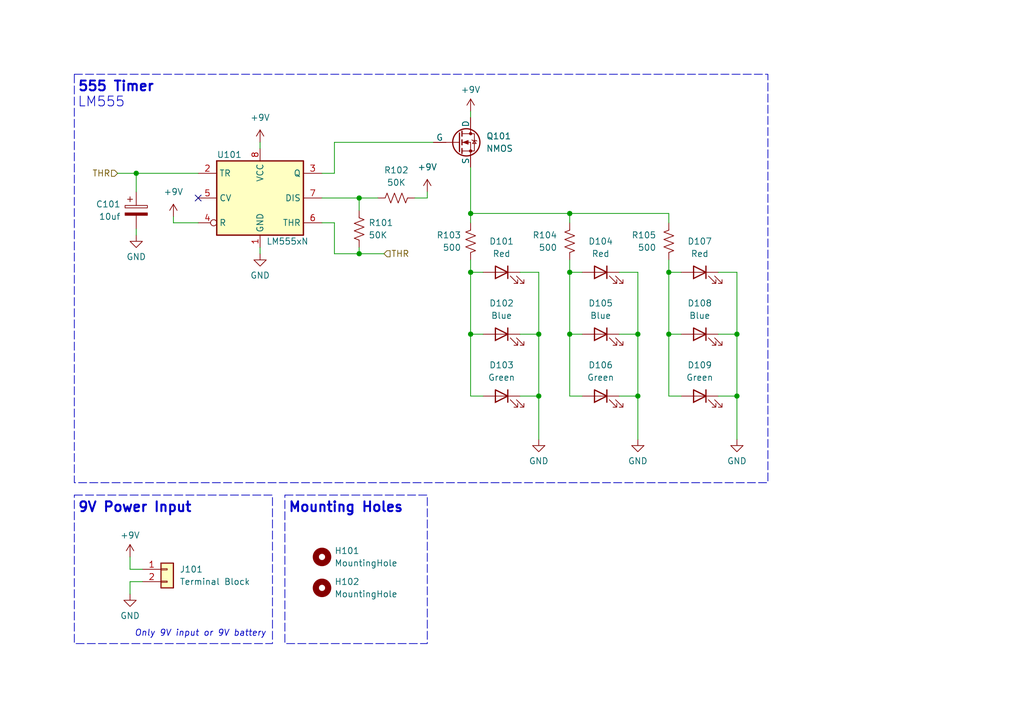
<source format=kicad_sch>
(kicad_sch (version 20230121) (generator eeschema)

  (uuid c4484f03-557e-4657-a7c0-429db6604447)

  (paper "A5")

  (title_block
    (title "555 Timer Demo Circuit")
    (date "2023-12-21")
    (rev "A")
    (company "Illinois Space Society")
    (comment 4 "Contributors: Jason Yan, Thomas McManamen")
  )

  (lib_symbols
    (symbol "Connector_Generic:Conn_01x02" (pin_names (offset 1.016) hide) (in_bom yes) (on_board yes)
      (property "Reference" "J" (at 0 2.54 0)
        (effects (font (size 1.27 1.27)))
      )
      (property "Value" "Conn_01x02" (at 0 -5.08 0)
        (effects (font (size 1.27 1.27)))
      )
      (property "Footprint" "" (at 0 0 0)
        (effects (font (size 1.27 1.27)) hide)
      )
      (property "Datasheet" "~" (at 0 0 0)
        (effects (font (size 1.27 1.27)) hide)
      )
      (property "ki_keywords" "connector" (at 0 0 0)
        (effects (font (size 1.27 1.27)) hide)
      )
      (property "ki_description" "Generic connector, single row, 01x02, script generated (kicad-library-utils/schlib/autogen/connector/)" (at 0 0 0)
        (effects (font (size 1.27 1.27)) hide)
      )
      (property "ki_fp_filters" "Connector*:*_1x??_*" (at 0 0 0)
        (effects (font (size 1.27 1.27)) hide)
      )
      (symbol "Conn_01x02_1_1"
        (rectangle (start -1.27 -2.413) (end 0 -2.667)
          (stroke (width 0.1524) (type default))
          (fill (type none))
        )
        (rectangle (start -1.27 0.127) (end 0 -0.127)
          (stroke (width 0.1524) (type default))
          (fill (type none))
        )
        (rectangle (start -1.27 1.27) (end 1.27 -3.81)
          (stroke (width 0.254) (type default))
          (fill (type background))
        )
        (pin passive line (at -5.08 0 0) (length 3.81)
          (name "Pin_1" (effects (font (size 1.27 1.27))))
          (number "1" (effects (font (size 1.27 1.27))))
        )
        (pin passive line (at -5.08 -2.54 0) (length 3.81)
          (name "Pin_2" (effects (font (size 1.27 1.27))))
          (number "2" (effects (font (size 1.27 1.27))))
        )
      )
    )
    (symbol "Device:C_Polarized" (pin_numbers hide) (pin_names (offset 0.254)) (in_bom yes) (on_board yes)
      (property "Reference" "C" (at 0.635 2.54 0)
        (effects (font (size 1.27 1.27)) (justify left))
      )
      (property "Value" "C_Polarized" (at 0.635 -2.54 0)
        (effects (font (size 1.27 1.27)) (justify left))
      )
      (property "Footprint" "" (at 0.9652 -3.81 0)
        (effects (font (size 1.27 1.27)) hide)
      )
      (property "Datasheet" "~" (at 0 0 0)
        (effects (font (size 1.27 1.27)) hide)
      )
      (property "ki_keywords" "cap capacitor" (at 0 0 0)
        (effects (font (size 1.27 1.27)) hide)
      )
      (property "ki_description" "Polarized capacitor" (at 0 0 0)
        (effects (font (size 1.27 1.27)) hide)
      )
      (property "ki_fp_filters" "CP_*" (at 0 0 0)
        (effects (font (size 1.27 1.27)) hide)
      )
      (symbol "C_Polarized_0_1"
        (rectangle (start -2.286 0.508) (end 2.286 1.016)
          (stroke (width 0) (type default))
          (fill (type none))
        )
        (polyline
          (pts
            (xy -1.778 2.286)
            (xy -0.762 2.286)
          )
          (stroke (width 0) (type default))
          (fill (type none))
        )
        (polyline
          (pts
            (xy -1.27 2.794)
            (xy -1.27 1.778)
          )
          (stroke (width 0) (type default))
          (fill (type none))
        )
        (rectangle (start 2.286 -0.508) (end -2.286 -1.016)
          (stroke (width 0) (type default))
          (fill (type outline))
        )
      )
      (symbol "C_Polarized_1_1"
        (pin passive line (at 0 3.81 270) (length 2.794)
          (name "~" (effects (font (size 1.27 1.27))))
          (number "1" (effects (font (size 1.27 1.27))))
        )
        (pin passive line (at 0 -3.81 90) (length 2.794)
          (name "~" (effects (font (size 1.27 1.27))))
          (number "2" (effects (font (size 1.27 1.27))))
        )
      )
    )
    (symbol "Device:LED" (pin_numbers hide) (pin_names (offset 1.016) hide) (in_bom yes) (on_board yes)
      (property "Reference" "D" (at 0 2.54 0)
        (effects (font (size 1.27 1.27)))
      )
      (property "Value" "LED" (at 0 -2.54 0)
        (effects (font (size 1.27 1.27)))
      )
      (property "Footprint" "" (at 0 0 0)
        (effects (font (size 1.27 1.27)) hide)
      )
      (property "Datasheet" "~" (at 0 0 0)
        (effects (font (size 1.27 1.27)) hide)
      )
      (property "ki_keywords" "LED diode" (at 0 0 0)
        (effects (font (size 1.27 1.27)) hide)
      )
      (property "ki_description" "Light emitting diode" (at 0 0 0)
        (effects (font (size 1.27 1.27)) hide)
      )
      (property "ki_fp_filters" "LED* LED_SMD:* LED_THT:*" (at 0 0 0)
        (effects (font (size 1.27 1.27)) hide)
      )
      (symbol "LED_0_1"
        (polyline
          (pts
            (xy -1.27 -1.27)
            (xy -1.27 1.27)
          )
          (stroke (width 0.254) (type default))
          (fill (type none))
        )
        (polyline
          (pts
            (xy -1.27 0)
            (xy 1.27 0)
          )
          (stroke (width 0) (type default))
          (fill (type none))
        )
        (polyline
          (pts
            (xy 1.27 -1.27)
            (xy 1.27 1.27)
            (xy -1.27 0)
            (xy 1.27 -1.27)
          )
          (stroke (width 0.254) (type default))
          (fill (type none))
        )
        (polyline
          (pts
            (xy -3.048 -0.762)
            (xy -4.572 -2.286)
            (xy -3.81 -2.286)
            (xy -4.572 -2.286)
            (xy -4.572 -1.524)
          )
          (stroke (width 0) (type default))
          (fill (type none))
        )
        (polyline
          (pts
            (xy -1.778 -0.762)
            (xy -3.302 -2.286)
            (xy -2.54 -2.286)
            (xy -3.302 -2.286)
            (xy -3.302 -1.524)
          )
          (stroke (width 0) (type default))
          (fill (type none))
        )
      )
      (symbol "LED_1_1"
        (pin passive line (at -3.81 0 0) (length 2.54)
          (name "K" (effects (font (size 1.27 1.27))))
          (number "1" (effects (font (size 1.27 1.27))))
        )
        (pin passive line (at 3.81 0 180) (length 2.54)
          (name "A" (effects (font (size 1.27 1.27))))
          (number "2" (effects (font (size 1.27 1.27))))
        )
      )
    )
    (symbol "Device:R_US" (pin_numbers hide) (pin_names (offset 0)) (in_bom yes) (on_board yes)
      (property "Reference" "R" (at 2.54 0 90)
        (effects (font (size 1.27 1.27)))
      )
      (property "Value" "R_US" (at -2.54 0 90)
        (effects (font (size 1.27 1.27)))
      )
      (property "Footprint" "" (at 1.016 -0.254 90)
        (effects (font (size 1.27 1.27)) hide)
      )
      (property "Datasheet" "~" (at 0 0 0)
        (effects (font (size 1.27 1.27)) hide)
      )
      (property "ki_keywords" "R res resistor" (at 0 0 0)
        (effects (font (size 1.27 1.27)) hide)
      )
      (property "ki_description" "Resistor, US symbol" (at 0 0 0)
        (effects (font (size 1.27 1.27)) hide)
      )
      (property "ki_fp_filters" "R_*" (at 0 0 0)
        (effects (font (size 1.27 1.27)) hide)
      )
      (symbol "R_US_0_1"
        (polyline
          (pts
            (xy 0 -2.286)
            (xy 0 -2.54)
          )
          (stroke (width 0) (type default))
          (fill (type none))
        )
        (polyline
          (pts
            (xy 0 2.286)
            (xy 0 2.54)
          )
          (stroke (width 0) (type default))
          (fill (type none))
        )
        (polyline
          (pts
            (xy 0 -0.762)
            (xy 1.016 -1.143)
            (xy 0 -1.524)
            (xy -1.016 -1.905)
            (xy 0 -2.286)
          )
          (stroke (width 0) (type default))
          (fill (type none))
        )
        (polyline
          (pts
            (xy 0 0.762)
            (xy 1.016 0.381)
            (xy 0 0)
            (xy -1.016 -0.381)
            (xy 0 -0.762)
          )
          (stroke (width 0) (type default))
          (fill (type none))
        )
        (polyline
          (pts
            (xy 0 2.286)
            (xy 1.016 1.905)
            (xy 0 1.524)
            (xy -1.016 1.143)
            (xy 0 0.762)
          )
          (stroke (width 0) (type default))
          (fill (type none))
        )
      )
      (symbol "R_US_1_1"
        (pin passive line (at 0 3.81 270) (length 1.27)
          (name "~" (effects (font (size 1.27 1.27))))
          (number "1" (effects (font (size 1.27 1.27))))
        )
        (pin passive line (at 0 -3.81 90) (length 1.27)
          (name "~" (effects (font (size 1.27 1.27))))
          (number "2" (effects (font (size 1.27 1.27))))
        )
      )
    )
    (symbol "Mechanical:MountingHole" (pin_names (offset 1.016)) (in_bom yes) (on_board yes)
      (property "Reference" "H" (at 0 5.08 0)
        (effects (font (size 1.27 1.27)))
      )
      (property "Value" "MountingHole" (at 0 3.175 0)
        (effects (font (size 1.27 1.27)))
      )
      (property "Footprint" "" (at 0 0 0)
        (effects (font (size 1.27 1.27)) hide)
      )
      (property "Datasheet" "~" (at 0 0 0)
        (effects (font (size 1.27 1.27)) hide)
      )
      (property "ki_keywords" "mounting hole" (at 0 0 0)
        (effects (font (size 1.27 1.27)) hide)
      )
      (property "ki_description" "Mounting Hole without connection" (at 0 0 0)
        (effects (font (size 1.27 1.27)) hide)
      )
      (property "ki_fp_filters" "MountingHole*" (at 0 0 0)
        (effects (font (size 1.27 1.27)) hide)
      )
      (symbol "MountingHole_0_1"
        (circle (center 0 0) (radius 1.27)
          (stroke (width 1.27) (type default))
          (fill (type none))
        )
      )
    )
    (symbol "Simulation_SPICE:NMOS" (pin_numbers hide) (pin_names (offset 0)) (in_bom yes) (on_board yes)
      (property "Reference" "Q" (at 5.08 1.27 0)
        (effects (font (size 1.27 1.27)) (justify left))
      )
      (property "Value" "NMOS" (at 5.08 -1.27 0)
        (effects (font (size 1.27 1.27)) (justify left))
      )
      (property "Footprint" "" (at 5.08 2.54 0)
        (effects (font (size 1.27 1.27)) hide)
      )
      (property "Datasheet" "https://ngspice.sourceforge.io/docs/ngspice-manual.pdf" (at 0 -12.7 0)
        (effects (font (size 1.27 1.27)) hide)
      )
      (property "Sim.Device" "NMOS" (at 0 -17.145 0)
        (effects (font (size 1.27 1.27)) hide)
      )
      (property "Sim.Type" "VDMOS" (at 0 -19.05 0)
        (effects (font (size 1.27 1.27)) hide)
      )
      (property "Sim.Pins" "1=D 2=G 3=S" (at 0 -15.24 0)
        (effects (font (size 1.27 1.27)) hide)
      )
      (property "ki_keywords" "transistor NMOS N-MOS N-MOSFET simulation" (at 0 0 0)
        (effects (font (size 1.27 1.27)) hide)
      )
      (property "ki_description" "N-MOSFET transistor, drain/source/gate" (at 0 0 0)
        (effects (font (size 1.27 1.27)) hide)
      )
      (symbol "NMOS_0_1"
        (polyline
          (pts
            (xy 0.254 0)
            (xy -2.54 0)
          )
          (stroke (width 0) (type default))
          (fill (type none))
        )
        (polyline
          (pts
            (xy 0.254 1.905)
            (xy 0.254 -1.905)
          )
          (stroke (width 0.254) (type default))
          (fill (type none))
        )
        (polyline
          (pts
            (xy 0.762 -1.27)
            (xy 0.762 -2.286)
          )
          (stroke (width 0.254) (type default))
          (fill (type none))
        )
        (polyline
          (pts
            (xy 0.762 0.508)
            (xy 0.762 -0.508)
          )
          (stroke (width 0.254) (type default))
          (fill (type none))
        )
        (polyline
          (pts
            (xy 0.762 2.286)
            (xy 0.762 1.27)
          )
          (stroke (width 0.254) (type default))
          (fill (type none))
        )
        (polyline
          (pts
            (xy 2.54 2.54)
            (xy 2.54 1.778)
          )
          (stroke (width 0) (type default))
          (fill (type none))
        )
        (polyline
          (pts
            (xy 2.54 -2.54)
            (xy 2.54 0)
            (xy 0.762 0)
          )
          (stroke (width 0) (type default))
          (fill (type none))
        )
        (polyline
          (pts
            (xy 0.762 -1.778)
            (xy 3.302 -1.778)
            (xy 3.302 1.778)
            (xy 0.762 1.778)
          )
          (stroke (width 0) (type default))
          (fill (type none))
        )
        (polyline
          (pts
            (xy 1.016 0)
            (xy 2.032 0.381)
            (xy 2.032 -0.381)
            (xy 1.016 0)
          )
          (stroke (width 0) (type default))
          (fill (type outline))
        )
        (polyline
          (pts
            (xy 2.794 0.508)
            (xy 2.921 0.381)
            (xy 3.683 0.381)
            (xy 3.81 0.254)
          )
          (stroke (width 0) (type default))
          (fill (type none))
        )
        (polyline
          (pts
            (xy 3.302 0.381)
            (xy 2.921 -0.254)
            (xy 3.683 -0.254)
            (xy 3.302 0.381)
          )
          (stroke (width 0) (type default))
          (fill (type none))
        )
        (circle (center 1.651 0) (radius 2.794)
          (stroke (width 0.254) (type default))
          (fill (type none))
        )
        (circle (center 2.54 -1.778) (radius 0.254)
          (stroke (width 0) (type default))
          (fill (type outline))
        )
        (circle (center 2.54 1.778) (radius 0.254)
          (stroke (width 0) (type default))
          (fill (type outline))
        )
      )
      (symbol "NMOS_1_1"
        (pin passive line (at 2.54 5.08 270) (length 2.54)
          (name "D" (effects (font (size 1.27 1.27))))
          (number "1" (effects (font (size 1.27 1.27))))
        )
        (pin input line (at -5.08 0 0) (length 2.54)
          (name "G" (effects (font (size 1.27 1.27))))
          (number "2" (effects (font (size 1.27 1.27))))
        )
        (pin passive line (at 2.54 -5.08 90) (length 2.54)
          (name "S" (effects (font (size 1.27 1.27))))
          (number "3" (effects (font (size 1.27 1.27))))
        )
      )
    )
    (symbol "Timer:LM555xN" (in_bom yes) (on_board yes)
      (property "Reference" "U" (at -10.16 8.89 0)
        (effects (font (size 1.27 1.27)) (justify left))
      )
      (property "Value" "LM555xN" (at 2.54 8.89 0)
        (effects (font (size 1.27 1.27)) (justify left))
      )
      (property "Footprint" "Package_DIP:DIP-8_W7.62mm" (at 16.51 -10.16 0)
        (effects (font (size 1.27 1.27)) hide)
      )
      (property "Datasheet" "http://www.ti.com/lit/ds/symlink/lm555.pdf" (at 21.59 -10.16 0)
        (effects (font (size 1.27 1.27)) hide)
      )
      (property "ki_keywords" "single timer 555" (at 0 0 0)
        (effects (font (size 1.27 1.27)) hide)
      )
      (property "ki_description" "Timer, 555 compatible, PDIP-8" (at 0 0 0)
        (effects (font (size 1.27 1.27)) hide)
      )
      (property "ki_fp_filters" "DIP*W7.62mm*" (at 0 0 0)
        (effects (font (size 1.27 1.27)) hide)
      )
      (symbol "LM555xN_0_0"
        (pin power_in line (at 0 -10.16 90) (length 2.54)
          (name "GND" (effects (font (size 1.27 1.27))))
          (number "1" (effects (font (size 1.27 1.27))))
        )
        (pin power_in line (at 0 10.16 270) (length 2.54)
          (name "VCC" (effects (font (size 1.27 1.27))))
          (number "8" (effects (font (size 1.27 1.27))))
        )
      )
      (symbol "LM555xN_0_1"
        (rectangle (start -8.89 -7.62) (end 8.89 7.62)
          (stroke (width 0.254) (type default))
          (fill (type background))
        )
        (rectangle (start -8.89 -7.62) (end 8.89 7.62)
          (stroke (width 0.254) (type default))
          (fill (type background))
        )
      )
      (symbol "LM555xN_1_1"
        (pin input line (at -12.7 5.08 0) (length 3.81)
          (name "TR" (effects (font (size 1.27 1.27))))
          (number "2" (effects (font (size 1.27 1.27))))
        )
        (pin output line (at 12.7 5.08 180) (length 3.81)
          (name "Q" (effects (font (size 1.27 1.27))))
          (number "3" (effects (font (size 1.27 1.27))))
        )
        (pin input inverted (at -12.7 -5.08 0) (length 3.81)
          (name "R" (effects (font (size 1.27 1.27))))
          (number "4" (effects (font (size 1.27 1.27))))
        )
        (pin input line (at -12.7 0 0) (length 3.81)
          (name "CV" (effects (font (size 1.27 1.27))))
          (number "5" (effects (font (size 1.27 1.27))))
        )
        (pin input line (at 12.7 -5.08 180) (length 3.81)
          (name "THR" (effects (font (size 1.27 1.27))))
          (number "6" (effects (font (size 1.27 1.27))))
        )
        (pin input line (at 12.7 0 180) (length 3.81)
          (name "DIS" (effects (font (size 1.27 1.27))))
          (number "7" (effects (font (size 1.27 1.27))))
        )
      )
    )
    (symbol "power:+9V" (power) (pin_names (offset 0)) (in_bom yes) (on_board yes)
      (property "Reference" "#PWR" (at 0 -3.81 0)
        (effects (font (size 1.27 1.27)) hide)
      )
      (property "Value" "+9V" (at 0 3.556 0)
        (effects (font (size 1.27 1.27)))
      )
      (property "Footprint" "" (at 0 0 0)
        (effects (font (size 1.27 1.27)) hide)
      )
      (property "Datasheet" "" (at 0 0 0)
        (effects (font (size 1.27 1.27)) hide)
      )
      (property "ki_keywords" "global power" (at 0 0 0)
        (effects (font (size 1.27 1.27)) hide)
      )
      (property "ki_description" "Power symbol creates a global label with name \"+9V\"" (at 0 0 0)
        (effects (font (size 1.27 1.27)) hide)
      )
      (symbol "+9V_0_1"
        (polyline
          (pts
            (xy -0.762 1.27)
            (xy 0 2.54)
          )
          (stroke (width 0) (type default))
          (fill (type none))
        )
        (polyline
          (pts
            (xy 0 0)
            (xy 0 2.54)
          )
          (stroke (width 0) (type default))
          (fill (type none))
        )
        (polyline
          (pts
            (xy 0 2.54)
            (xy 0.762 1.27)
          )
          (stroke (width 0) (type default))
          (fill (type none))
        )
      )
      (symbol "+9V_1_1"
        (pin power_in line (at 0 0 90) (length 0) hide
          (name "+9V" (effects (font (size 1.27 1.27))))
          (number "1" (effects (font (size 1.27 1.27))))
        )
      )
    )
    (symbol "power:GND" (power) (pin_names (offset 0)) (in_bom yes) (on_board yes)
      (property "Reference" "#PWR" (at 0 -6.35 0)
        (effects (font (size 1.27 1.27)) hide)
      )
      (property "Value" "GND" (at 0 -3.81 0)
        (effects (font (size 1.27 1.27)))
      )
      (property "Footprint" "" (at 0 0 0)
        (effects (font (size 1.27 1.27)) hide)
      )
      (property "Datasheet" "" (at 0 0 0)
        (effects (font (size 1.27 1.27)) hide)
      )
      (property "ki_keywords" "global power" (at 0 0 0)
        (effects (font (size 1.27 1.27)) hide)
      )
      (property "ki_description" "Power symbol creates a global label with name \"GND\" , ground" (at 0 0 0)
        (effects (font (size 1.27 1.27)) hide)
      )
      (symbol "GND_0_1"
        (polyline
          (pts
            (xy 0 0)
            (xy 0 -1.27)
            (xy 1.27 -1.27)
            (xy 0 -2.54)
            (xy -1.27 -1.27)
            (xy 0 -1.27)
          )
          (stroke (width 0) (type default))
          (fill (type none))
        )
      )
      (symbol "GND_1_1"
        (pin power_in line (at 0 0 270) (length 0) hide
          (name "GND" (effects (font (size 1.27 1.27))))
          (number "1" (effects (font (size 1.27 1.27))))
        )
      )
    )
  )

  (junction (at 137.16 68.58) (diameter 0) (color 0 0 0 0)
    (uuid 0935990f-bac7-481f-b9de-67cb7d3024d2)
  )
  (junction (at 27.94 35.56) (diameter 0) (color 0 0 0 0)
    (uuid 0f7264fb-15a2-4d6d-a38a-b89f25cf23c5)
  )
  (junction (at 73.66 40.64) (diameter 0) (color 0 0 0 0)
    (uuid 1836232f-d63b-4b9d-be74-1cba02ada9c4)
  )
  (junction (at 151.13 68.58) (diameter 0) (color 0 0 0 0)
    (uuid 2998591e-3ad6-4809-853c-95760959c7fa)
  )
  (junction (at 96.52 43.815) (diameter 0) (color 0 0 0 0)
    (uuid 31ab15a4-7936-41a0-a0e0-0932252dba20)
  )
  (junction (at 96.52 55.88) (diameter 0) (color 0 0 0 0)
    (uuid 4894a22a-1a07-419c-8336-221887461be6)
  )
  (junction (at 116.84 68.58) (diameter 0) (color 0 0 0 0)
    (uuid 70980801-a3ba-4c5e-bf33-5b3204087137)
  )
  (junction (at 73.66 52.07) (diameter 0) (color 0 0 0 0)
    (uuid 7f25b954-f2f0-4d52-afa2-67339a75a090)
  )
  (junction (at 110.49 68.58) (diameter 0) (color 0 0 0 0)
    (uuid 855de1b9-1599-43c9-8abc-a539d6bbb5d3)
  )
  (junction (at 116.84 43.815) (diameter 0) (color 0 0 0 0)
    (uuid a0c827d2-2aa5-421d-ab73-e2bdc873be30)
  )
  (junction (at 137.16 55.88) (diameter 0) (color 0 0 0 0)
    (uuid a3ade2e2-e74e-44c6-bfd8-159b6f1315ff)
  )
  (junction (at 110.49 81.28) (diameter 0) (color 0 0 0 0)
    (uuid b097b3da-fcce-4423-b63f-6ac4eb613ad3)
  )
  (junction (at 130.81 81.28) (diameter 0) (color 0 0 0 0)
    (uuid e50cc52a-9f2d-4440-b82e-3f68c5461990)
  )
  (junction (at 116.84 55.88) (diameter 0) (color 0 0 0 0)
    (uuid e8f4e064-ca52-48e3-8298-576854d56956)
  )
  (junction (at 151.13 81.28) (diameter 0) (color 0 0 0 0)
    (uuid f2a941da-17c3-468e-9dff-2ea2da3ff291)
  )
  (junction (at 96.52 68.58) (diameter 0) (color 0 0 0 0)
    (uuid f2f85bb3-12b5-4d63-af7c-dce2fd8e4d0d)
  )
  (junction (at 130.81 68.58) (diameter 0) (color 0 0 0 0)
    (uuid f6bb9c6b-e803-4c62-9e59-4b44d3e785ba)
  )

  (no_connect (at 40.64 40.64) (uuid 7121ce4c-d4d8-4fb5-9ba4-20645bb6f8b1))

  (wire (pts (xy 96.52 68.58) (xy 99.06 68.58))
    (stroke (width 0) (type default))
    (uuid 0152471d-4efd-48ab-998b-dc4b3594302d)
  )
  (wire (pts (xy 73.66 40.64) (xy 77.47 40.64))
    (stroke (width 0) (type default))
    (uuid 04731993-0d59-4496-92c4-2c0aaa391640)
  )
  (wire (pts (xy 139.7 81.28) (xy 137.16 81.28))
    (stroke (width 0) (type default))
    (uuid 1086143b-7e12-4eb3-a8df-2412da8381fa)
  )
  (wire (pts (xy 151.13 68.58) (xy 151.13 81.28))
    (stroke (width 0) (type default))
    (uuid 108c1f14-6148-4055-ae80-bae738e7aea3)
  )
  (wire (pts (xy 110.49 68.58) (xy 110.49 81.28))
    (stroke (width 0) (type default))
    (uuid 11fe5abf-d211-4d69-a414-a6fbec41904c)
  )
  (wire (pts (xy 130.81 68.58) (xy 130.81 81.28))
    (stroke (width 0) (type default))
    (uuid 1fe60fa1-3a1b-4c41-8262-3f5e0a3f753d)
  )
  (wire (pts (xy 96.52 53.34) (xy 96.52 55.88))
    (stroke (width 0) (type default))
    (uuid 293e68a8-e4c8-4d57-a809-0448c1ed1743)
  )
  (wire (pts (xy 35.56 44.45) (xy 35.56 45.72))
    (stroke (width 0) (type default))
    (uuid 35432ca4-9493-4efc-a1e8-0c5c104d6a1e)
  )
  (wire (pts (xy 119.38 55.88) (xy 116.84 55.88))
    (stroke (width 0) (type default))
    (uuid 3a258b5e-8f6c-4274-a30b-26dc7858c105)
  )
  (wire (pts (xy 116.84 55.88) (xy 116.84 68.58))
    (stroke (width 0) (type default))
    (uuid 3a764c85-93c9-4848-aaf3-57ab9289597c)
  )
  (wire (pts (xy 151.13 81.28) (xy 147.32 81.28))
    (stroke (width 0) (type default))
    (uuid 3d4c5f2c-53ac-4e0d-99d9-515ddad0232d)
  )
  (wire (pts (xy 96.52 43.815) (xy 96.52 45.72))
    (stroke (width 0) (type default))
    (uuid 3d94f8c0-b72a-40fc-9789-c816a9bfb20f)
  )
  (wire (pts (xy 68.58 52.07) (xy 68.58 45.72))
    (stroke (width 0) (type default))
    (uuid 444e99aa-9209-4099-aec8-67c963415891)
  )
  (wire (pts (xy 110.49 81.28) (xy 106.68 81.28))
    (stroke (width 0) (type default))
    (uuid 44e0060d-4479-48b6-9337-b60e84330ae9)
  )
  (wire (pts (xy 27.94 46.99) (xy 27.94 48.26))
    (stroke (width 0) (type default))
    (uuid 4654a6ac-bdae-4fa4-acaa-034ab13166ee)
  )
  (wire (pts (xy 96.52 81.28) (xy 99.06 81.28))
    (stroke (width 0) (type default))
    (uuid 46a4f38c-5569-4428-8519-3dbbf985f9ec)
  )
  (wire (pts (xy 68.58 29.21) (xy 68.58 35.56))
    (stroke (width 0) (type default))
    (uuid 48c152ad-51e1-424c-8066-a3b74ef9f6c6)
  )
  (wire (pts (xy 106.68 55.88) (xy 110.49 55.88))
    (stroke (width 0) (type default))
    (uuid 4e808d7c-32f5-4738-8db6-d130bca98127)
  )
  (wire (pts (xy 130.81 81.28) (xy 127 81.28))
    (stroke (width 0) (type default))
    (uuid 56e1bd7c-ddc4-4309-b9d6-2fe0c3fab1eb)
  )
  (wire (pts (xy 116.84 81.28) (xy 119.38 81.28))
    (stroke (width 0) (type default))
    (uuid 59bfdef9-4bba-4779-863f-2ecc2a8feb9c)
  )
  (wire (pts (xy 96.52 22.86) (xy 96.52 24.13))
    (stroke (width 0) (type default))
    (uuid 60342cb2-9e15-40db-8743-17fab6f19ff8)
  )
  (wire (pts (xy 96.52 43.815) (xy 116.84 43.815))
    (stroke (width 0) (type default))
    (uuid 61472bab-28b5-4d15-b567-0e98d0d0bece)
  )
  (wire (pts (xy 85.09 40.64) (xy 87.63 40.64))
    (stroke (width 0) (type default))
    (uuid 66705233-79e3-4441-bf13-2beb0e76d136)
  )
  (wire (pts (xy 73.66 40.64) (xy 73.66 43.18))
    (stroke (width 0) (type default))
    (uuid 6a4eedb4-d26c-4e90-9aed-4f87e0c3fbc7)
  )
  (wire (pts (xy 68.58 45.72) (xy 66.04 45.72))
    (stroke (width 0) (type default))
    (uuid 709edffd-4866-4468-94cb-d289d61856a5)
  )
  (wire (pts (xy 26.67 121.92) (xy 26.67 119.38))
    (stroke (width 0) (type default))
    (uuid 72277841-8787-4827-8a7f-cfd2c0fed6f5)
  )
  (wire (pts (xy 137.16 55.88) (xy 137.16 68.58))
    (stroke (width 0) (type default))
    (uuid 7376c81c-6491-4460-a8ba-e769b93e3809)
  )
  (wire (pts (xy 78.74 52.07) (xy 73.66 52.07))
    (stroke (width 0) (type default))
    (uuid 7573e3c5-8098-4840-8dba-d3c55e43c883)
  )
  (wire (pts (xy 137.16 68.58) (xy 137.16 81.28))
    (stroke (width 0) (type default))
    (uuid 7dad0c4f-1541-4542-a80a-9ce8c517609c)
  )
  (wire (pts (xy 66.04 40.64) (xy 73.66 40.64))
    (stroke (width 0) (type default))
    (uuid 7fa550cd-c65d-4b80-9533-ed43d418628a)
  )
  (wire (pts (xy 96.52 55.88) (xy 96.52 68.58))
    (stroke (width 0) (type default))
    (uuid 8029b7a2-6ef5-4446-a6f3-2f9681c2c8e5)
  )
  (wire (pts (xy 26.67 119.38) (xy 29.21 119.38))
    (stroke (width 0) (type default))
    (uuid 80c79de2-6270-4e66-9176-c4e6d151b5a8)
  )
  (wire (pts (xy 127 55.88) (xy 130.81 55.88))
    (stroke (width 0) (type default))
    (uuid 85345c92-4a08-4f75-879f-0535afe69941)
  )
  (wire (pts (xy 137.16 43.815) (xy 137.16 45.72))
    (stroke (width 0) (type default))
    (uuid 86467862-841c-4b5a-a0dc-8c34ed25e3d8)
  )
  (wire (pts (xy 35.56 45.72) (xy 40.64 45.72))
    (stroke (width 0) (type default))
    (uuid 86e1e5dd-a511-416c-8995-bbb63b2c249f)
  )
  (wire (pts (xy 66.04 35.56) (xy 68.58 35.56))
    (stroke (width 0) (type default))
    (uuid 86f21c35-184c-4835-abd1-a622124769f6)
  )
  (wire (pts (xy 116.84 68.58) (xy 119.38 68.58))
    (stroke (width 0) (type default))
    (uuid 968630f3-7ab5-4aca-8711-18c47c1b4782)
  )
  (wire (pts (xy 99.06 55.88) (xy 96.52 55.88))
    (stroke (width 0) (type default))
    (uuid 99b65457-da45-444c-8a83-beb34861b332)
  )
  (wire (pts (xy 68.58 29.21) (xy 88.9 29.21))
    (stroke (width 0) (type default))
    (uuid 9abfdf0d-2112-4393-8563-816a202f8d7c)
  )
  (wire (pts (xy 139.7 68.58) (xy 137.16 68.58))
    (stroke (width 0) (type default))
    (uuid 9baf1550-f6b5-4858-9389-1132bb82eb45)
  )
  (wire (pts (xy 26.67 116.84) (xy 29.21 116.84))
    (stroke (width 0) (type default))
    (uuid 9ca4ac3d-32ab-4ee4-bba6-e212f2a1a7bc)
  )
  (wire (pts (xy 27.94 35.56) (xy 27.94 39.37))
    (stroke (width 0) (type default))
    (uuid a23c525f-b6e9-4bdf-9a6b-c984de782a31)
  )
  (wire (pts (xy 73.66 52.07) (xy 73.66 50.8))
    (stroke (width 0) (type default))
    (uuid a7f43181-8abb-4cdc-89c9-df01291c678c)
  )
  (wire (pts (xy 53.34 29.21) (xy 53.34 30.48))
    (stroke (width 0) (type default))
    (uuid a80ad128-358f-4856-97e7-e1f9def0852b)
  )
  (wire (pts (xy 130.81 68.58) (xy 127 68.58))
    (stroke (width 0) (type default))
    (uuid ab108bfc-1686-4d35-b9e8-de9560509948)
  )
  (wire (pts (xy 68.58 52.07) (xy 73.66 52.07))
    (stroke (width 0) (type default))
    (uuid ad8cedc3-3975-4cea-9109-4af377e6738a)
  )
  (wire (pts (xy 110.49 81.28) (xy 110.49 90.17))
    (stroke (width 0) (type default))
    (uuid aed761e9-379f-4e4e-aa66-f3e3241a1c9e)
  )
  (wire (pts (xy 116.84 43.815) (xy 116.84 45.72))
    (stroke (width 0) (type default))
    (uuid b1a84098-6ca2-4894-900a-2981aa0be6c2)
  )
  (wire (pts (xy 137.16 53.34) (xy 137.16 55.88))
    (stroke (width 0) (type default))
    (uuid b438d46b-4932-4a8b-b04f-0fd61085a051)
  )
  (wire (pts (xy 137.16 43.815) (xy 116.84 43.815))
    (stroke (width 0) (type default))
    (uuid b652a1a5-8992-4ef7-8742-fbbc1911246d)
  )
  (wire (pts (xy 130.81 55.88) (xy 130.81 68.58))
    (stroke (width 0) (type default))
    (uuid b9069c15-42de-4d36-9944-776b3846dcc4)
  )
  (wire (pts (xy 116.84 68.58) (xy 116.84 81.28))
    (stroke (width 0) (type default))
    (uuid bf3a4d84-f0b6-4d2b-b0cd-67c796325440)
  )
  (wire (pts (xy 110.49 68.58) (xy 106.68 68.58))
    (stroke (width 0) (type default))
    (uuid c19faa61-5e69-4304-8599-7b8750111460)
  )
  (wire (pts (xy 151.13 81.28) (xy 151.13 90.17))
    (stroke (width 0) (type default))
    (uuid cd6018f3-bd32-4726-997a-f4bd24bffd36)
  )
  (wire (pts (xy 87.63 40.64) (xy 87.63 39.37))
    (stroke (width 0) (type default))
    (uuid cde68366-fb4b-4fbf-9909-035bb34a20cb)
  )
  (wire (pts (xy 27.94 35.56) (xy 40.64 35.56))
    (stroke (width 0) (type default))
    (uuid d2940a7b-d7d5-404a-b3a6-091d521742ca)
  )
  (wire (pts (xy 147.32 55.88) (xy 151.13 55.88))
    (stroke (width 0) (type default))
    (uuid d6a048f5-69ad-4b51-b68b-53bd72c0595f)
  )
  (wire (pts (xy 110.49 55.88) (xy 110.49 68.58))
    (stroke (width 0) (type default))
    (uuid db94206f-1f0b-4cc8-90e0-998455361fb3)
  )
  (wire (pts (xy 130.81 81.28) (xy 130.81 90.17))
    (stroke (width 0) (type default))
    (uuid dead1446-7fd1-4911-944c-eb9c4bb6aab6)
  )
  (wire (pts (xy 26.67 114.3) (xy 26.67 116.84))
    (stroke (width 0) (type default))
    (uuid e59be66c-ba86-427b-a917-8259ceff6610)
  )
  (wire (pts (xy 53.34 50.8) (xy 53.34 52.07))
    (stroke (width 0) (type default))
    (uuid e8ac73d1-8aa1-47cf-9190-7ec2f00de8be)
  )
  (wire (pts (xy 139.7 55.88) (xy 137.16 55.88))
    (stroke (width 0) (type default))
    (uuid e9547016-edf4-4b86-8d80-2c13225e4805)
  )
  (wire (pts (xy 96.52 34.29) (xy 96.52 43.815))
    (stroke (width 0) (type default))
    (uuid ed03bed8-e7f7-476e-8965-fbde9ab795d2)
  )
  (wire (pts (xy 151.13 55.88) (xy 151.13 68.58))
    (stroke (width 0) (type default))
    (uuid f2b52c49-a0be-45db-bd3a-a89645f77cd5)
  )
  (wire (pts (xy 116.84 53.34) (xy 116.84 55.88))
    (stroke (width 0) (type default))
    (uuid f3b7f2cc-f548-43e9-8e13-9e9962196a37)
  )
  (wire (pts (xy 24.13 35.56) (xy 27.94 35.56))
    (stroke (width 0) (type default))
    (uuid f49b6433-5577-42cc-8d87-f68834e41c41)
  )
  (wire (pts (xy 151.13 68.58) (xy 147.32 68.58))
    (stroke (width 0) (type default))
    (uuid f67044c9-54f9-41f7-9ac2-4ee3d9b4525e)
  )
  (wire (pts (xy 96.52 68.58) (xy 96.52 81.28))
    (stroke (width 0) (type default))
    (uuid ff8ea65c-6edb-44b5-9e42-540743deb1f2)
  )

  (rectangle (start 58.42 101.6) (end 87.63 132.08)
    (stroke (width 0) (type dash))
    (fill (type none))
    (uuid d6a453d8-fc31-4f66-b02c-473320dfdf75)
  )
  (rectangle (start 15.24 15.24) (end 157.48 99.06)
    (stroke (width 0) (type dash))
    (fill (type none))
    (uuid ed8d81d3-128b-490c-a724-09831b806c49)
  )
  (rectangle (start 15.24 101.6) (end 55.88 132.08)
    (stroke (width 0) (type dash))
    (fill (type none))
    (uuid fcb993c5-89b6-4a91-84d4-e6ee281e849f)
  )

  (text "Mounting Holes" (at 59.055 105.41 0)
    (effects (font (size 2 2) (thickness 0.4) bold) (justify left bottom))
    (uuid 29ebd758-48fd-48a9-af00-009e86b24a27)
  )
  (text "LM555" (at 15.875 22.225 0)
    (effects (font (size 2 2)) (justify left bottom))
    (uuid 55242280-b894-47ab-ba88-60156e789f19)
  )
  (text "555 Timer" (at 15.875 19.05 0)
    (effects (font (size 2 2) (thickness 0.4) bold) (justify left bottom))
    (uuid c1231bca-63d0-4405-880b-77a38d5e4eaf)
  )
  (text "9V Power Input" (at 15.875 105.41 0)
    (effects (font (size 2 2) (thickness 0.4) bold) (justify left bottom))
    (uuid c3e5d5d3-0b9e-4d32-8239-5d04ee96f320)
  )
  (text "Only 9V input or 9V battery" (at 54.61 130.81 0)
    (effects (font (size 1.27 1.27) italic) (justify right bottom))
    (uuid d89884ec-bad6-4b80-8410-3c2a7dd358aa)
  )

  (hierarchical_label "THR" (shape input) (at 24.13 35.56 180) (fields_autoplaced)
    (effects (font (size 1.27 1.27)) (justify right))
    (uuid 085b56ad-37a5-4377-bfa8-045e4d6c39cc)
  )
  (hierarchical_label "THR" (shape input) (at 78.74 52.07 0) (fields_autoplaced)
    (effects (font (size 1.27 1.27)) (justify left))
    (uuid 22185c97-4b0f-4dec-bdd4-09286f5cf24a)
  )

  (symbol (lib_id "Device:R_US") (at 73.66 46.99 0) (unit 1)
    (in_bom yes) (on_board yes) (dnp no)
    (uuid 007df040-3dcd-4a5a-96dc-206b77b7f268)
    (property "Reference" "R101" (at 75.565 45.72 0)
      (effects (font (size 1.27 1.27)) (justify left))
    )
    (property "Value" "50K" (at 75.565 48.26 0)
      (effects (font (size 1.27 1.27)) (justify left))
    )
    (property "Footprint" "Resistor_THT:R_Axial_DIN0204_L3.6mm_D1.6mm_P7.62mm_Horizontal" (at 74.676 47.244 90)
      (effects (font (size 1.27 1.27)) hide)
    )
    (property "Datasheet" "~" (at 73.66 46.99 0)
      (effects (font (size 1.27 1.27)) hide)
    )
    (pin "1" (uuid 018ccbeb-24f8-48dd-81a9-2c083af341a2))
    (pin "2" (uuid 2488d577-00f3-457c-ada4-f1b201720f5f))
    (instances
      (project "555-Timer-Demo-Circuit"
        (path "/c4484f03-557e-4657-a7c0-429db6604447"
          (reference "R101") (unit 1)
        )
      )
    )
  )

  (symbol (lib_id "power:+9V") (at 35.56 44.45 0) (unit 1)
    (in_bom yes) (on_board yes) (dnp no) (fields_autoplaced)
    (uuid 048f40c6-d5ac-4a1b-9071-15db1f9f0118)
    (property "Reference" "#PWR0104" (at 35.56 48.26 0)
      (effects (font (size 1.27 1.27)) hide)
    )
    (property "Value" "+9V" (at 35.56 39.37 0)
      (effects (font (size 1.27 1.27)))
    )
    (property "Footprint" "" (at 35.56 44.45 0)
      (effects (font (size 1.27 1.27)) hide)
    )
    (property "Datasheet" "" (at 35.56 44.45 0)
      (effects (font (size 1.27 1.27)) hide)
    )
    (pin "1" (uuid 9089554f-c6a1-4f8f-b999-a66d3a964e46))
    (instances
      (project "555-Timer-Demo-Circuit"
        (path "/c4484f03-557e-4657-a7c0-429db6604447"
          (reference "#PWR0104") (unit 1)
        )
      )
    )
  )

  (symbol (lib_id "Device:LED") (at 102.87 81.28 0) (mirror y) (unit 1)
    (in_bom yes) (on_board yes) (dnp no)
    (uuid 1bd1a8ca-1478-4d29-8033-91290f78c0a5)
    (property "Reference" "D103" (at 102.87 74.93 0)
      (effects (font (size 1.27 1.27)))
    )
    (property "Value" "Green" (at 102.87 77.47 0)
      (effects (font (size 1.27 1.27)))
    )
    (property "Footprint" "LED_THT:LED_D4.0mm" (at 102.87 81.28 0)
      (effects (font (size 1.27 1.27)) hide)
    )
    (property "Datasheet" "~" (at 102.87 81.28 0)
      (effects (font (size 1.27 1.27)) hide)
    )
    (pin "1" (uuid 350a3d3a-7106-4300-9e18-403a13905633))
    (pin "2" (uuid 17c0019d-54c3-464b-a183-0fc1ed44b16f))
    (instances
      (project "555-Timer-Demo-Circuit"
        (path "/c4484f03-557e-4657-a7c0-429db6604447"
          (reference "D103") (unit 1)
        )
      )
    )
  )

  (symbol (lib_id "power:+9V") (at 26.67 114.3 0) (unit 1)
    (in_bom yes) (on_board yes) (dnp no)
    (uuid 22b4e5b1-0c31-4a7a-812a-d0d3fea3d1d5)
    (property "Reference" "#PWR0102" (at 26.67 118.11 0)
      (effects (font (size 1.27 1.27)) hide)
    )
    (property "Value" "+9V" (at 26.67 109.855 0)
      (effects (font (size 1.27 1.27)))
    )
    (property "Footprint" "" (at 26.67 114.3 0)
      (effects (font (size 1.27 1.27)) hide)
    )
    (property "Datasheet" "" (at 26.67 114.3 0)
      (effects (font (size 1.27 1.27)) hide)
    )
    (pin "1" (uuid 752dc02b-63af-4ff5-aea7-81847522bc1f))
    (instances
      (project "555-Timer-Demo-Circuit"
        (path "/c4484f03-557e-4657-a7c0-429db6604447"
          (reference "#PWR0102") (unit 1)
        )
      )
    )
  )

  (symbol (lib_id "Device:LED") (at 123.19 68.58 0) (mirror y) (unit 1)
    (in_bom yes) (on_board yes) (dnp no)
    (uuid 267c609c-e653-4ad4-ac3a-a87eac2fbc96)
    (property "Reference" "D105" (at 123.19 62.23 0)
      (effects (font (size 1.27 1.27)))
    )
    (property "Value" "Blue" (at 123.19 64.77 0)
      (effects (font (size 1.27 1.27)))
    )
    (property "Footprint" "LED_THT:LED_D4.0mm" (at 123.19 68.58 0)
      (effects (font (size 1.27 1.27)) hide)
    )
    (property "Datasheet" "~" (at 123.19 68.58 0)
      (effects (font (size 1.27 1.27)) hide)
    )
    (pin "1" (uuid 619c1d92-0cba-4654-b36f-92f291d93695))
    (pin "2" (uuid cb72ae50-9086-4216-bc7b-4378311c4e3b))
    (instances
      (project "555-Timer-Demo-Circuit"
        (path "/c4484f03-557e-4657-a7c0-429db6604447"
          (reference "D105") (unit 1)
        )
      )
    )
  )

  (symbol (lib_id "power:+9V") (at 53.34 29.21 0) (unit 1)
    (in_bom yes) (on_board yes) (dnp no) (fields_autoplaced)
    (uuid 4110b138-4591-4902-9a17-f064277b7c45)
    (property "Reference" "#PWR0105" (at 53.34 33.02 0)
      (effects (font (size 1.27 1.27)) hide)
    )
    (property "Value" "+9V" (at 53.34 24.13 0)
      (effects (font (size 1.27 1.27)))
    )
    (property "Footprint" "" (at 53.34 29.21 0)
      (effects (font (size 1.27 1.27)) hide)
    )
    (property "Datasheet" "" (at 53.34 29.21 0)
      (effects (font (size 1.27 1.27)) hide)
    )
    (pin "1" (uuid 8e6c7281-606b-466e-894b-d145aa95c16d))
    (instances
      (project "555-Timer-Demo-Circuit"
        (path "/c4484f03-557e-4657-a7c0-429db6604447"
          (reference "#PWR0105") (unit 1)
        )
      )
    )
  )

  (symbol (lib_id "Device:R_US") (at 137.16 49.53 0) (mirror y) (unit 1)
    (in_bom yes) (on_board yes) (dnp no)
    (uuid 42c911f7-9a07-4770-94d9-89af4937cc91)
    (property "Reference" "R105" (at 134.62 48.26 0)
      (effects (font (size 1.27 1.27)) (justify left))
    )
    (property "Value" "500" (at 134.62 50.8 0)
      (effects (font (size 1.27 1.27)) (justify left))
    )
    (property "Footprint" "Resistor_THT:R_Axial_DIN0204_L3.6mm_D1.6mm_P7.62mm_Horizontal" (at 136.144 49.784 90)
      (effects (font (size 1.27 1.27)) hide)
    )
    (property "Datasheet" "~" (at 137.16 49.53 0)
      (effects (font (size 1.27 1.27)) hide)
    )
    (pin "1" (uuid efcf0f04-2396-4e9c-98c2-a0221931ba0f))
    (pin "2" (uuid 404f2f81-8c27-4c82-bc6c-cf7c7ac4b129))
    (instances
      (project "555-Timer-Demo-Circuit"
        (path "/c4484f03-557e-4657-a7c0-429db6604447"
          (reference "R105") (unit 1)
        )
      )
    )
  )

  (symbol (lib_id "Device:R_US") (at 116.84 49.53 0) (mirror y) (unit 1)
    (in_bom yes) (on_board yes) (dnp no)
    (uuid 45f9c500-21ef-4c0d-b159-8e4a3a270902)
    (property "Reference" "R104" (at 114.3 48.26 0)
      (effects (font (size 1.27 1.27)) (justify left))
    )
    (property "Value" "500" (at 114.3 50.8 0)
      (effects (font (size 1.27 1.27)) (justify left))
    )
    (property "Footprint" "Resistor_THT:R_Axial_DIN0204_L3.6mm_D1.6mm_P7.62mm_Horizontal" (at 115.824 49.784 90)
      (effects (font (size 1.27 1.27)) hide)
    )
    (property "Datasheet" "~" (at 116.84 49.53 0)
      (effects (font (size 1.27 1.27)) hide)
    )
    (pin "1" (uuid adc386cd-1cf7-416e-9ffe-fbdd8fe3c882))
    (pin "2" (uuid 9bfc123c-04fc-44a3-9cc2-eb7bfdcd5f15))
    (instances
      (project "555-Timer-Demo-Circuit"
        (path "/c4484f03-557e-4657-a7c0-429db6604447"
          (reference "R104") (unit 1)
        )
      )
    )
  )

  (symbol (lib_id "power:GND") (at 27.94 48.26 0) (unit 1)
    (in_bom yes) (on_board yes) (dnp no) (fields_autoplaced)
    (uuid 541a0a48-d526-4a81-b3f4-ebeb18449673)
    (property "Reference" "#PWR0101" (at 27.94 54.61 0)
      (effects (font (size 1.27 1.27)) hide)
    )
    (property "Value" "GND" (at 27.94 52.705 0)
      (effects (font (size 1.27 1.27)))
    )
    (property "Footprint" "" (at 27.94 48.26 0)
      (effects (font (size 1.27 1.27)) hide)
    )
    (property "Datasheet" "" (at 27.94 48.26 0)
      (effects (font (size 1.27 1.27)) hide)
    )
    (pin "1" (uuid 60c6c49a-96ff-4d68-806f-04fce74b2ce1))
    (instances
      (project "555-Timer-Demo-Circuit"
        (path "/c4484f03-557e-4657-a7c0-429db6604447"
          (reference "#PWR0101") (unit 1)
        )
      )
    )
  )

  (symbol (lib_id "Connector_Generic:Conn_01x02") (at 34.29 116.84 0) (unit 1)
    (in_bom yes) (on_board yes) (dnp no)
    (uuid 5425c7a2-d60c-46dd-9ffd-c7101d3752c9)
    (property "Reference" "J101" (at 36.83 116.84 0)
      (effects (font (size 1.27 1.27)) (justify left))
    )
    (property "Value" "Terminal Block" (at 36.83 119.38 0)
      (effects (font (size 1.27 1.27)) (justify left))
    )
    (property "Footprint" "TerminalBlock_4Ucon:TerminalBlock_4Ucon_1x02_P3.50mm_Horizontal" (at 34.29 116.84 0)
      (effects (font (size 1.27 1.27)) hide)
    )
    (property "Datasheet" "~" (at 34.29 116.84 0)
      (effects (font (size 1.27 1.27)) hide)
    )
    (pin "1" (uuid 424252b2-84b6-4abe-83cf-ac65e9a2f4e2))
    (pin "2" (uuid f51e26d4-67c2-4254-bcfa-9c05ff4192cd))
    (instances
      (project "555-Timer-Demo-Circuit"
        (path "/c4484f03-557e-4657-a7c0-429db6604447"
          (reference "J101") (unit 1)
        )
      )
    )
  )

  (symbol (lib_id "power:GND") (at 130.81 90.17 0) (mirror y) (unit 1)
    (in_bom yes) (on_board yes) (dnp no) (fields_autoplaced)
    (uuid 72f5b059-2b7d-4519-afda-f332e6ddc730)
    (property "Reference" "#PWR0110" (at 130.81 96.52 0)
      (effects (font (size 1.27 1.27)) hide)
    )
    (property "Value" "GND" (at 130.81 94.615 0)
      (effects (font (size 1.27 1.27)))
    )
    (property "Footprint" "" (at 130.81 90.17 0)
      (effects (font (size 1.27 1.27)) hide)
    )
    (property "Datasheet" "" (at 130.81 90.17 0)
      (effects (font (size 1.27 1.27)) hide)
    )
    (pin "1" (uuid c70d84e3-9838-4eba-84d4-16453c255985))
    (instances
      (project "555-Timer-Demo-Circuit"
        (path "/c4484f03-557e-4657-a7c0-429db6604447"
          (reference "#PWR0110") (unit 1)
        )
      )
    )
  )

  (symbol (lib_id "power:+9V") (at 87.63 39.37 0) (unit 1)
    (in_bom yes) (on_board yes) (dnp no) (fields_autoplaced)
    (uuid 73113324-a7c3-4e47-951e-8708b3088e87)
    (property "Reference" "#PWR0107" (at 87.63 43.18 0)
      (effects (font (size 1.27 1.27)) hide)
    )
    (property "Value" "+9V" (at 87.63 34.29 0)
      (effects (font (size 1.27 1.27)))
    )
    (property "Footprint" "" (at 87.63 39.37 0)
      (effects (font (size 1.27 1.27)) hide)
    )
    (property "Datasheet" "" (at 87.63 39.37 0)
      (effects (font (size 1.27 1.27)) hide)
    )
    (pin "1" (uuid e58c2d43-c460-4b8b-84d5-39a7ec63a829))
    (instances
      (project "555-Timer-Demo-Circuit"
        (path "/c4484f03-557e-4657-a7c0-429db6604447"
          (reference "#PWR0107") (unit 1)
        )
      )
    )
  )

  (symbol (lib_id "power:GND") (at 53.34 52.07 0) (unit 1)
    (in_bom yes) (on_board yes) (dnp no) (fields_autoplaced)
    (uuid 73c6e6da-9508-4e5a-b045-2e302c82976e)
    (property "Reference" "#PWR0106" (at 53.34 58.42 0)
      (effects (font (size 1.27 1.27)) hide)
    )
    (property "Value" "GND" (at 53.34 56.515 0)
      (effects (font (size 1.27 1.27)))
    )
    (property "Footprint" "" (at 53.34 52.07 0)
      (effects (font (size 1.27 1.27)) hide)
    )
    (property "Datasheet" "" (at 53.34 52.07 0)
      (effects (font (size 1.27 1.27)) hide)
    )
    (pin "1" (uuid 91e32b7c-946a-4912-84a8-f937d4c9228e))
    (instances
      (project "555-Timer-Demo-Circuit"
        (path "/c4484f03-557e-4657-a7c0-429db6604447"
          (reference "#PWR0106") (unit 1)
        )
      )
    )
  )

  (symbol (lib_id "Device:R_US") (at 96.52 49.53 0) (mirror y) (unit 1)
    (in_bom yes) (on_board yes) (dnp no)
    (uuid 77dab15d-b9d3-44e0-9a69-60ce876ce341)
    (property "Reference" "R103" (at 94.615 48.26 0)
      (effects (font (size 1.27 1.27)) (justify left))
    )
    (property "Value" "500" (at 94.615 50.8 0)
      (effects (font (size 1.27 1.27)) (justify left))
    )
    (property "Footprint" "Resistor_THT:R_Axial_DIN0204_L3.6mm_D1.6mm_P7.62mm_Horizontal" (at 95.504 49.784 90)
      (effects (font (size 1.27 1.27)) hide)
    )
    (property "Datasheet" "~" (at 96.52 49.53 0)
      (effects (font (size 1.27 1.27)) hide)
    )
    (pin "1" (uuid 5798da80-1b43-4e94-b2b3-15fe205928f1))
    (pin "2" (uuid a2f72ae9-52c4-497f-9fc8-cb91d5040074))
    (instances
      (project "555-Timer-Demo-Circuit"
        (path "/c4484f03-557e-4657-a7c0-429db6604447"
          (reference "R103") (unit 1)
        )
      )
    )
  )

  (symbol (lib_id "Device:LED") (at 143.51 55.88 0) (mirror y) (unit 1)
    (in_bom yes) (on_board yes) (dnp no)
    (uuid 7e171548-3739-47af-af8a-dc458014715b)
    (property "Reference" "D107" (at 143.51 49.53 0)
      (effects (font (size 1.27 1.27)))
    )
    (property "Value" "Red" (at 143.51 52.07 0)
      (effects (font (size 1.27 1.27)))
    )
    (property "Footprint" "LED_THT:LED_D4.0mm" (at 143.51 55.88 0)
      (effects (font (size 1.27 1.27)) hide)
    )
    (property "Datasheet" "~" (at 143.51 55.88 0)
      (effects (font (size 1.27 1.27)) hide)
    )
    (pin "1" (uuid 503214e6-113e-4761-b9b5-dc9604708577))
    (pin "2" (uuid 255e9b35-63a4-4a53-a805-65924c350e3f))
    (instances
      (project "555-Timer-Demo-Circuit"
        (path "/c4484f03-557e-4657-a7c0-429db6604447"
          (reference "D107") (unit 1)
        )
      )
    )
  )

  (symbol (lib_id "power:GND") (at 26.67 121.92 0) (unit 1)
    (in_bom yes) (on_board yes) (dnp no) (fields_autoplaced)
    (uuid 8ec73217-69bc-43b7-ba5a-23fe7a4ad7c8)
    (property "Reference" "#PWR0103" (at 26.67 128.27 0)
      (effects (font (size 1.27 1.27)) hide)
    )
    (property "Value" "GND" (at 26.67 126.365 0)
      (effects (font (size 1.27 1.27)))
    )
    (property "Footprint" "" (at 26.67 121.92 0)
      (effects (font (size 1.27 1.27)) hide)
    )
    (property "Datasheet" "" (at 26.67 121.92 0)
      (effects (font (size 1.27 1.27)) hide)
    )
    (pin "1" (uuid dbe9a176-18c3-420c-8c8e-4df87a85f1ba))
    (instances
      (project "555-Timer-Demo-Circuit"
        (path "/c4484f03-557e-4657-a7c0-429db6604447"
          (reference "#PWR0103") (unit 1)
        )
      )
    )
  )

  (symbol (lib_id "Device:C_Polarized") (at 27.94 43.18 0) (unit 1)
    (in_bom yes) (on_board yes) (dnp no)
    (uuid 8f2fb732-741c-426d-9234-8b9b8b4eaed5)
    (property "Reference" "C101" (at 24.765 41.91 0)
      (effects (font (size 1.27 1.27)) (justify right))
    )
    (property "Value" "10uf" (at 24.765 44.45 0)
      (effects (font (size 1.27 1.27)) (justify right))
    )
    (property "Footprint" "Capacitor_THT:CP_Radial_D5.0mm_P2.00mm" (at 28.9052 46.99 0)
      (effects (font (size 1.27 1.27)) hide)
    )
    (property "Datasheet" "~" (at 27.94 43.18 0)
      (effects (font (size 1.27 1.27)) hide)
    )
    (pin "1" (uuid ee6f8dfc-4bb6-40ce-bec2-24fe89d9ac9d))
    (pin "2" (uuid 679df742-6cf7-4c6b-bda7-ac346c892cd6))
    (instances
      (project "555-Timer-Demo-Circuit"
        (path "/c4484f03-557e-4657-a7c0-429db6604447"
          (reference "C101") (unit 1)
        )
      )
    )
  )

  (symbol (lib_id "power:GND") (at 110.49 90.17 0) (mirror y) (unit 1)
    (in_bom yes) (on_board yes) (dnp no) (fields_autoplaced)
    (uuid 921a0c28-789c-498e-8a0c-d5e94bfbaf29)
    (property "Reference" "#PWR0109" (at 110.49 96.52 0)
      (effects (font (size 1.27 1.27)) hide)
    )
    (property "Value" "GND" (at 110.49 94.615 0)
      (effects (font (size 1.27 1.27)))
    )
    (property "Footprint" "" (at 110.49 90.17 0)
      (effects (font (size 1.27 1.27)) hide)
    )
    (property "Datasheet" "" (at 110.49 90.17 0)
      (effects (font (size 1.27 1.27)) hide)
    )
    (pin "1" (uuid 59e26101-1162-4668-accd-891b39f5bb72))
    (instances
      (project "555-Timer-Demo-Circuit"
        (path "/c4484f03-557e-4657-a7c0-429db6604447"
          (reference "#PWR0109") (unit 1)
        )
      )
    )
  )

  (symbol (lib_id "Device:R_US") (at 81.28 40.64 270) (unit 1)
    (in_bom yes) (on_board yes) (dnp no)
    (uuid a69fc063-f0f8-4632-9aea-8b445de2e93e)
    (property "Reference" "R102" (at 81.28 34.925 90)
      (effects (font (size 1.27 1.27)))
    )
    (property "Value" "50K" (at 81.28 37.465 90)
      (effects (font (size 1.27 1.27)))
    )
    (property "Footprint" "Resistor_THT:R_Axial_DIN0204_L3.6mm_D1.6mm_P7.62mm_Horizontal" (at 81.026 41.656 90)
      (effects (font (size 1.27 1.27)) hide)
    )
    (property "Datasheet" "~" (at 81.28 40.64 0)
      (effects (font (size 1.27 1.27)) hide)
    )
    (pin "1" (uuid 28453682-d7e1-4c1b-8556-631ba11a87aa))
    (pin "2" (uuid d8bec919-0b07-4923-9bdc-9640b4e70f98))
    (instances
      (project "555-Timer-Demo-Circuit"
        (path "/c4484f03-557e-4657-a7c0-429db6604447"
          (reference "R102") (unit 1)
        )
      )
    )
  )

  (symbol (lib_id "Device:LED") (at 102.87 55.88 0) (mirror y) (unit 1)
    (in_bom yes) (on_board yes) (dnp no)
    (uuid a98c081a-21a8-414c-afbe-6f21d09ae328)
    (property "Reference" "D101" (at 102.87 49.53 0)
      (effects (font (size 1.27 1.27)))
    )
    (property "Value" "Red" (at 102.87 52.07 0)
      (effects (font (size 1.27 1.27)))
    )
    (property "Footprint" "LED_THT:LED_D4.0mm" (at 102.87 55.88 0)
      (effects (font (size 1.27 1.27)) hide)
    )
    (property "Datasheet" "~" (at 102.87 55.88 0)
      (effects (font (size 1.27 1.27)) hide)
    )
    (pin "1" (uuid 41372ee9-0361-4919-a0b0-1f1179bbe323))
    (pin "2" (uuid d5bd6c87-bc49-41ae-8489-0ab364e4f2cd))
    (instances
      (project "555-Timer-Demo-Circuit"
        (path "/c4484f03-557e-4657-a7c0-429db6604447"
          (reference "D101") (unit 1)
        )
      )
    )
  )

  (symbol (lib_id "Mechanical:MountingHole") (at 66.04 114.3 0) (unit 1)
    (in_bom yes) (on_board yes) (dnp no) (fields_autoplaced)
    (uuid ac90fb1f-78b5-4a1d-8247-20964495e801)
    (property "Reference" "H101" (at 68.58 113.03 0)
      (effects (font (size 1.27 1.27)) (justify left))
    )
    (property "Value" "MountingHole" (at 68.58 115.57 0)
      (effects (font (size 1.27 1.27)) (justify left))
    )
    (property "Footprint" "MountingHole:MountingHole_3.2mm_M3_Pad_Via" (at 66.04 114.3 0)
      (effects (font (size 1.27 1.27)) hide)
    )
    (property "Datasheet" "~" (at 66.04 114.3 0)
      (effects (font (size 1.27 1.27)) hide)
    )
    (instances
      (project "555-Timer-Demo-Circuit"
        (path "/c4484f03-557e-4657-a7c0-429db6604447"
          (reference "H101") (unit 1)
        )
      )
    )
  )

  (symbol (lib_id "Device:LED") (at 143.51 68.58 0) (mirror y) (unit 1)
    (in_bom yes) (on_board yes) (dnp no)
    (uuid b0552ddd-afad-45db-bbea-77b854e02da4)
    (property "Reference" "D108" (at 143.51 62.23 0)
      (effects (font (size 1.27 1.27)))
    )
    (property "Value" "Blue" (at 143.51 64.77 0)
      (effects (font (size 1.27 1.27)))
    )
    (property "Footprint" "LED_THT:LED_D4.0mm" (at 143.51 68.58 0)
      (effects (font (size 1.27 1.27)) hide)
    )
    (property "Datasheet" "~" (at 143.51 68.58 0)
      (effects (font (size 1.27 1.27)) hide)
    )
    (pin "1" (uuid 7b0302fe-08e0-4b5c-ab2e-e7a962e7a5fc))
    (pin "2" (uuid 28c0fe0f-d7a6-4611-a735-a511e3c5467c))
    (instances
      (project "555-Timer-Demo-Circuit"
        (path "/c4484f03-557e-4657-a7c0-429db6604447"
          (reference "D108") (unit 1)
        )
      )
    )
  )

  (symbol (lib_id "power:+9V") (at 96.52 22.86 0) (unit 1)
    (in_bom yes) (on_board yes) (dnp no) (fields_autoplaced)
    (uuid b1944b1d-81ad-4a6b-837f-e301b2c8e0d9)
    (property "Reference" "#PWR0108" (at 96.52 26.67 0)
      (effects (font (size 1.27 1.27)) hide)
    )
    (property "Value" "+9V" (at 96.52 18.415 0)
      (effects (font (size 1.27 1.27)))
    )
    (property "Footprint" "" (at 96.52 22.86 0)
      (effects (font (size 1.27 1.27)) hide)
    )
    (property "Datasheet" "" (at 96.52 22.86 0)
      (effects (font (size 1.27 1.27)) hide)
    )
    (pin "1" (uuid 63a99818-a2db-438b-adff-678eccba2f76))
    (instances
      (project "555-Timer-Demo-Circuit"
        (path "/c4484f03-557e-4657-a7c0-429db6604447"
          (reference "#PWR0108") (unit 1)
        )
      )
    )
  )

  (symbol (lib_id "Device:LED") (at 143.51 81.28 0) (mirror y) (unit 1)
    (in_bom yes) (on_board yes) (dnp no)
    (uuid c2d32283-3615-429b-a10a-9530450da0ee)
    (property "Reference" "D109" (at 143.51 74.93 0)
      (effects (font (size 1.27 1.27)))
    )
    (property "Value" "Green" (at 143.51 77.47 0)
      (effects (font (size 1.27 1.27)))
    )
    (property "Footprint" "LED_THT:LED_D4.0mm" (at 143.51 81.28 0)
      (effects (font (size 1.27 1.27)) hide)
    )
    (property "Datasheet" "~" (at 143.51 81.28 0)
      (effects (font (size 1.27 1.27)) hide)
    )
    (pin "1" (uuid a45a3c7c-a79b-4f2d-aceb-c2c9ea2c2903))
    (pin "2" (uuid a0f41cad-39bc-4f3a-9284-da8304d90b19))
    (instances
      (project "555-Timer-Demo-Circuit"
        (path "/c4484f03-557e-4657-a7c0-429db6604447"
          (reference "D109") (unit 1)
        )
      )
    )
  )

  (symbol (lib_id "Mechanical:MountingHole") (at 66.04 120.65 0) (unit 1)
    (in_bom yes) (on_board yes) (dnp no) (fields_autoplaced)
    (uuid caf1d609-ff13-4f52-a412-5d034206e468)
    (property "Reference" "H102" (at 68.58 119.38 0)
      (effects (font (size 1.27 1.27)) (justify left))
    )
    (property "Value" "MountingHole" (at 68.58 121.92 0)
      (effects (font (size 1.27 1.27)) (justify left))
    )
    (property "Footprint" "MountingHole:MountingHole_3.2mm_M3_Pad_Via" (at 66.04 120.65 0)
      (effects (font (size 1.27 1.27)) hide)
    )
    (property "Datasheet" "~" (at 66.04 120.65 0)
      (effects (font (size 1.27 1.27)) hide)
    )
    (instances
      (project "555-Timer-Demo-Circuit"
        (path "/c4484f03-557e-4657-a7c0-429db6604447"
          (reference "H102") (unit 1)
        )
      )
    )
  )

  (symbol (lib_id "Timer:LM555xN") (at 53.34 40.64 0) (unit 1)
    (in_bom yes) (on_board yes) (dnp no)
    (uuid d41b59fa-bd61-4461-a102-ecaafeed238d)
    (property "Reference" "U101" (at 44.45 31.75 0)
      (effects (font (size 1.27 1.27)) (justify left))
    )
    (property "Value" "LM555xN" (at 54.61 49.53 0)
      (effects (font (size 1.27 1.27)) (justify left))
    )
    (property "Footprint" "Package_DIP:DIP-8_W7.62mm" (at 69.85 50.8 0)
      (effects (font (size 1.27 1.27)) hide)
    )
    (property "Datasheet" "http://www.ti.com/lit/ds/symlink/lm555.pdf" (at 74.93 50.8 0)
      (effects (font (size 1.27 1.27)) hide)
    )
    (pin "1" (uuid d6190bde-6a90-478a-9b90-a541e88f3f35))
    (pin "8" (uuid 1a004ce7-9bc3-473f-9108-6648016d9cbf))
    (pin "2" (uuid e6fb52ab-d8fa-437f-88a1-eac3686246aa))
    (pin "3" (uuid 62133d91-da34-469e-8010-225ba23b757d))
    (pin "4" (uuid 365ad2ec-22c9-4f81-b689-4c307fca26f2))
    (pin "5" (uuid bf238fae-f327-4d1c-a154-d8a5c4e79b63))
    (pin "6" (uuid c4c6d73a-dbfe-4653-9932-e2c7432aa562))
    (pin "7" (uuid 8e7cf2a1-096d-41bf-9078-9ba04fed2a14))
    (instances
      (project "555-Timer-Demo-Circuit"
        (path "/c4484f03-557e-4657-a7c0-429db6604447"
          (reference "U101") (unit 1)
        )
      )
    )
  )

  (symbol (lib_id "Device:LED") (at 102.87 68.58 0) (mirror y) (unit 1)
    (in_bom yes) (on_board yes) (dnp no)
    (uuid d7218ee1-47dc-435b-a4bb-d957ee6fac72)
    (property "Reference" "D102" (at 102.87 62.23 0)
      (effects (font (size 1.27 1.27)))
    )
    (property "Value" "Blue" (at 102.87 64.77 0)
      (effects (font (size 1.27 1.27)))
    )
    (property "Footprint" "LED_THT:LED_D4.0mm" (at 102.87 68.58 0)
      (effects (font (size 1.27 1.27)) hide)
    )
    (property "Datasheet" "~" (at 102.87 68.58 0)
      (effects (font (size 1.27 1.27)) hide)
    )
    (pin "1" (uuid caaff590-5aff-4439-9ea5-e3d6e511f001))
    (pin "2" (uuid 1327ee67-57ed-4351-8122-3e2f56672388))
    (instances
      (project "555-Timer-Demo-Circuit"
        (path "/c4484f03-557e-4657-a7c0-429db6604447"
          (reference "D102") (unit 1)
        )
      )
    )
  )

  (symbol (lib_id "Simulation_SPICE:NMOS") (at 93.98 29.21 0) (unit 1)
    (in_bom yes) (on_board yes) (dnp no)
    (uuid dd87ed0d-1e8d-401c-8e53-ac2f439765a9)
    (property "Reference" "Q101" (at 99.695 27.94 0)
      (effects (font (size 1.27 1.27)) (justify left))
    )
    (property "Value" "NMOS" (at 99.695 30.48 0)
      (effects (font (size 1.27 1.27)) (justify left))
    )
    (property "Footprint" "Package_TO_SOT_THT:TO-220-3_Horizontal_TabDown" (at 99.06 26.67 0)
      (effects (font (size 1.27 1.27)) hide)
    )
    (property "Datasheet" "https://ngspice.sourceforge.io/docs/ngspice-manual.pdf" (at 93.98 41.91 0)
      (effects (font (size 1.27 1.27)) hide)
    )
    (property "Sim.Device" "NMOS" (at 93.98 46.355 0)
      (effects (font (size 1.27 1.27)) hide)
    )
    (property "Sim.Type" "VDMOS" (at 93.98 48.26 0)
      (effects (font (size 1.27 1.27)) hide)
    )
    (property "Sim.Pins" "1=D 2=G 3=S" (at 93.98 44.45 0)
      (effects (font (size 1.27 1.27)) hide)
    )
    (pin "1" (uuid b70717ca-b8f7-4f87-8439-44a6efa6655d))
    (pin "2" (uuid 1eb8a968-03b0-4c30-bd8d-b8ece7741bce))
    (pin "3" (uuid 133ccf9c-0449-4775-be7f-7912970c94cc))
    (instances
      (project "555-Timer-Demo-Circuit"
        (path "/c4484f03-557e-4657-a7c0-429db6604447"
          (reference "Q101") (unit 1)
        )
      )
    )
  )

  (symbol (lib_id "Device:LED") (at 123.19 81.28 0) (mirror y) (unit 1)
    (in_bom yes) (on_board yes) (dnp no)
    (uuid e1692e04-cf7d-4159-a17d-51bb1e29cdbc)
    (property "Reference" "D106" (at 123.19 74.93 0)
      (effects (font (size 1.27 1.27)))
    )
    (property "Value" "Green" (at 123.19 77.47 0)
      (effects (font (size 1.27 1.27)))
    )
    (property "Footprint" "LED_THT:LED_D4.0mm" (at 123.19 81.28 0)
      (effects (font (size 1.27 1.27)) hide)
    )
    (property "Datasheet" "~" (at 123.19 81.28 0)
      (effects (font (size 1.27 1.27)) hide)
    )
    (pin "1" (uuid c39ed8fa-c561-4213-8832-f13868c16444))
    (pin "2" (uuid 569e3c99-52e0-4e92-85b1-954a421e6939))
    (instances
      (project "555-Timer-Demo-Circuit"
        (path "/c4484f03-557e-4657-a7c0-429db6604447"
          (reference "D106") (unit 1)
        )
      )
    )
  )

  (symbol (lib_id "Device:LED") (at 123.19 55.88 0) (mirror y) (unit 1)
    (in_bom yes) (on_board yes) (dnp no)
    (uuid f01c7f40-43ed-4f22-99bb-7ecb61547c76)
    (property "Reference" "D104" (at 123.19 49.53 0)
      (effects (font (size 1.27 1.27)))
    )
    (property "Value" "Red" (at 123.19 52.07 0)
      (effects (font (size 1.27 1.27)))
    )
    (property "Footprint" "LED_THT:LED_D4.0mm" (at 123.19 55.88 0)
      (effects (font (size 1.27 1.27)) hide)
    )
    (property "Datasheet" "~" (at 123.19 55.88 0)
      (effects (font (size 1.27 1.27)) hide)
    )
    (pin "1" (uuid 5368f3d5-b1b2-4b53-9a42-1a9f8407e705))
    (pin "2" (uuid 45cc1e3d-41fa-4fa7-bbe3-7ac7b0b0bec4))
    (instances
      (project "555-Timer-Demo-Circuit"
        (path "/c4484f03-557e-4657-a7c0-429db6604447"
          (reference "D104") (unit 1)
        )
      )
    )
  )

  (symbol (lib_id "power:GND") (at 151.13 90.17 0) (mirror y) (unit 1)
    (in_bom yes) (on_board yes) (dnp no) (fields_autoplaced)
    (uuid f7a42ee4-4456-40fd-904a-3fd53c3b88e7)
    (property "Reference" "#PWR0111" (at 151.13 96.52 0)
      (effects (font (size 1.27 1.27)) hide)
    )
    (property "Value" "GND" (at 151.13 94.615 0)
      (effects (font (size 1.27 1.27)))
    )
    (property "Footprint" "" (at 151.13 90.17 0)
      (effects (font (size 1.27 1.27)) hide)
    )
    (property "Datasheet" "" (at 151.13 90.17 0)
      (effects (font (size 1.27 1.27)) hide)
    )
    (pin "1" (uuid 3d6c378b-4661-45d2-b758-e08ec8ca3e74))
    (instances
      (project "555-Timer-Demo-Circuit"
        (path "/c4484f03-557e-4657-a7c0-429db6604447"
          (reference "#PWR0111") (unit 1)
        )
      )
    )
  )

  (sheet_instances
    (path "/" (page "1"))
  )
)

</source>
